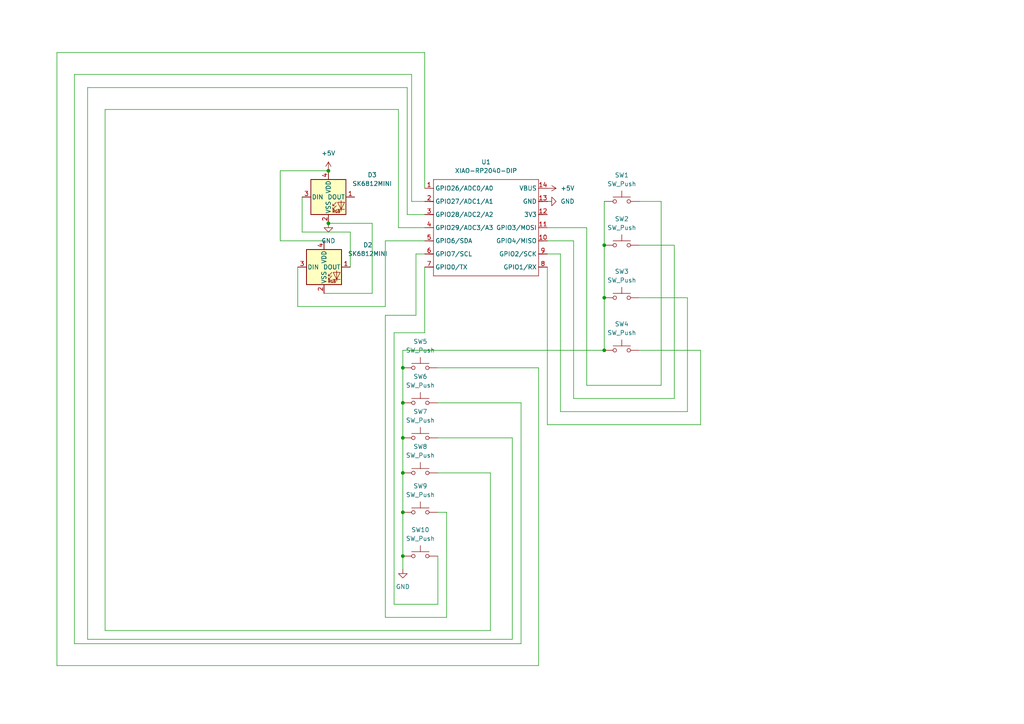
<source format=kicad_sch>
(kicad_sch
	(version 20250114)
	(generator "eeschema")
	(generator_version "9.0")
	(uuid "825de416-4948-42aa-88cf-9e90e10427f3")
	(paper "A4")
	(lib_symbols
		(symbol "LED:SK6812MINI"
			(pin_names
				(offset 0.254)
			)
			(exclude_from_sim no)
			(in_bom yes)
			(on_board yes)
			(property "Reference" "D"
				(at 5.08 5.715 0)
				(effects
					(font
						(size 1.27 1.27)
					)
					(justify right bottom)
				)
			)
			(property "Value" "SK6812MINI"
				(at 1.27 -5.715 0)
				(effects
					(font
						(size 1.27 1.27)
					)
					(justify left top)
				)
			)
			(property "Footprint" "LED_SMD:LED_SK6812MINI_PLCC4_3.5x3.5mm_P1.75mm"
				(at 1.27 -7.62 0)
				(effects
					(font
						(size 1.27 1.27)
					)
					(justify left top)
					(hide yes)
				)
			)
			(property "Datasheet" "https://cdn-shop.adafruit.com/product-files/2686/SK6812MINI_REV.01-1-2.pdf"
				(at 2.54 -9.525 0)
				(effects
					(font
						(size 1.27 1.27)
					)
					(justify left top)
					(hide yes)
				)
			)
			(property "Description" "RGB LED with integrated controller"
				(at 0 0 0)
				(effects
					(font
						(size 1.27 1.27)
					)
					(hide yes)
				)
			)
			(property "ki_keywords" "RGB LED NeoPixel Mini addressable"
				(at 0 0 0)
				(effects
					(font
						(size 1.27 1.27)
					)
					(hide yes)
				)
			)
			(property "ki_fp_filters" "LED*SK6812MINI*PLCC*3.5x3.5mm*P1.75mm*"
				(at 0 0 0)
				(effects
					(font
						(size 1.27 1.27)
					)
					(hide yes)
				)
			)
			(symbol "SK6812MINI_0_0"
				(text "RGB"
					(at 2.286 -4.191 0)
					(effects
						(font
							(size 0.762 0.762)
						)
					)
				)
			)
			(symbol "SK6812MINI_0_1"
				(polyline
					(pts
						(xy 1.27 -2.54) (xy 1.778 -2.54)
					)
					(stroke
						(width 0)
						(type default)
					)
					(fill
						(type none)
					)
				)
				(polyline
					(pts
						(xy 1.27 -3.556) (xy 1.778 -3.556)
					)
					(stroke
						(width 0)
						(type default)
					)
					(fill
						(type none)
					)
				)
				(polyline
					(pts
						(xy 2.286 -1.524) (xy 1.27 -2.54) (xy 1.27 -2.032)
					)
					(stroke
						(width 0)
						(type default)
					)
					(fill
						(type none)
					)
				)
				(polyline
					(pts
						(xy 2.286 -2.54) (xy 1.27 -3.556) (xy 1.27 -3.048)
					)
					(stroke
						(width 0)
						(type default)
					)
					(fill
						(type none)
					)
				)
				(polyline
					(pts
						(xy 3.683 -1.016) (xy 3.683 -3.556) (xy 3.683 -4.064)
					)
					(stroke
						(width 0)
						(type default)
					)
					(fill
						(type none)
					)
				)
				(polyline
					(pts
						(xy 4.699 -1.524) (xy 2.667 -1.524) (xy 3.683 -3.556) (xy 4.699 -1.524)
					)
					(stroke
						(width 0)
						(type default)
					)
					(fill
						(type none)
					)
				)
				(polyline
					(pts
						(xy 4.699 -3.556) (xy 2.667 -3.556)
					)
					(stroke
						(width 0)
						(type default)
					)
					(fill
						(type none)
					)
				)
				(rectangle
					(start 5.08 5.08)
					(end -5.08 -5.08)
					(stroke
						(width 0.254)
						(type default)
					)
					(fill
						(type background)
					)
				)
			)
			(symbol "SK6812MINI_1_1"
				(pin input line
					(at -7.62 0 0)
					(length 2.54)
					(name "DIN"
						(effects
							(font
								(size 1.27 1.27)
							)
						)
					)
					(number "3"
						(effects
							(font
								(size 1.27 1.27)
							)
						)
					)
				)
				(pin power_in line
					(at 0 7.62 270)
					(length 2.54)
					(name "VDD"
						(effects
							(font
								(size 1.27 1.27)
							)
						)
					)
					(number "4"
						(effects
							(font
								(size 1.27 1.27)
							)
						)
					)
				)
				(pin power_in line
					(at 0 -7.62 90)
					(length 2.54)
					(name "VSS"
						(effects
							(font
								(size 1.27 1.27)
							)
						)
					)
					(number "2"
						(effects
							(font
								(size 1.27 1.27)
							)
						)
					)
				)
				(pin output line
					(at 7.62 0 180)
					(length 2.54)
					(name "DOUT"
						(effects
							(font
								(size 1.27 1.27)
							)
						)
					)
					(number "1"
						(effects
							(font
								(size 1.27 1.27)
							)
						)
					)
				)
			)
			(embedded_fonts no)
		)
		(symbol "OPL:XIAO-RP2040-DIP"
			(exclude_from_sim no)
			(in_bom yes)
			(on_board yes)
			(property "Reference" "U"
				(at 0 0 0)
				(effects
					(font
						(size 1.27 1.27)
					)
				)
			)
			(property "Value" "XIAO-RP2040-DIP"
				(at 5.334 -1.778 0)
				(effects
					(font
						(size 1.27 1.27)
					)
				)
			)
			(property "Footprint" "Module:MOUDLE14P-XIAO-DIP-SMD"
				(at 14.478 -32.258 0)
				(effects
					(font
						(size 1.27 1.27)
					)
					(hide yes)
				)
			)
			(property "Datasheet" ""
				(at 0 0 0)
				(effects
					(font
						(size 1.27 1.27)
					)
					(hide yes)
				)
			)
			(property "Description" ""
				(at 0 0 0)
				(effects
					(font
						(size 1.27 1.27)
					)
					(hide yes)
				)
			)
			(symbol "XIAO-RP2040-DIP_1_0"
				(polyline
					(pts
						(xy -1.27 -2.54) (xy 29.21 -2.54)
					)
					(stroke
						(width 0.1524)
						(type solid)
					)
					(fill
						(type none)
					)
				)
				(polyline
					(pts
						(xy -1.27 -5.08) (xy -2.54 -5.08)
					)
					(stroke
						(width 0.1524)
						(type solid)
					)
					(fill
						(type none)
					)
				)
				(polyline
					(pts
						(xy -1.27 -5.08) (xy -1.27 -2.54)
					)
					(stroke
						(width 0.1524)
						(type solid)
					)
					(fill
						(type none)
					)
				)
				(polyline
					(pts
						(xy -1.27 -8.89) (xy -2.54 -8.89)
					)
					(stroke
						(width 0.1524)
						(type solid)
					)
					(fill
						(type none)
					)
				)
				(polyline
					(pts
						(xy -1.27 -8.89) (xy -1.27 -5.08)
					)
					(stroke
						(width 0.1524)
						(type solid)
					)
					(fill
						(type none)
					)
				)
				(polyline
					(pts
						(xy -1.27 -12.7) (xy -2.54 -12.7)
					)
					(stroke
						(width 0.1524)
						(type solid)
					)
					(fill
						(type none)
					)
				)
				(polyline
					(pts
						(xy -1.27 -12.7) (xy -1.27 -8.89)
					)
					(stroke
						(width 0.1524)
						(type solid)
					)
					(fill
						(type none)
					)
				)
				(polyline
					(pts
						(xy -1.27 -16.51) (xy -2.54 -16.51)
					)
					(stroke
						(width 0.1524)
						(type solid)
					)
					(fill
						(type none)
					)
				)
				(polyline
					(pts
						(xy -1.27 -16.51) (xy -1.27 -12.7)
					)
					(stroke
						(width 0.1524)
						(type solid)
					)
					(fill
						(type none)
					)
				)
				(polyline
					(pts
						(xy -1.27 -20.32) (xy -2.54 -20.32)
					)
					(stroke
						(width 0.1524)
						(type solid)
					)
					(fill
						(type none)
					)
				)
				(polyline
					(pts
						(xy -1.27 -24.13) (xy -2.54 -24.13)
					)
					(stroke
						(width 0.1524)
						(type solid)
					)
					(fill
						(type none)
					)
				)
				(polyline
					(pts
						(xy -1.27 -27.94) (xy -2.54 -27.94)
					)
					(stroke
						(width 0.1524)
						(type solid)
					)
					(fill
						(type none)
					)
				)
				(polyline
					(pts
						(xy -1.27 -30.48) (xy -1.27 -16.51)
					)
					(stroke
						(width 0.1524)
						(type solid)
					)
					(fill
						(type none)
					)
				)
				(polyline
					(pts
						(xy 29.21 -2.54) (xy 29.21 -5.08)
					)
					(stroke
						(width 0.1524)
						(type solid)
					)
					(fill
						(type none)
					)
				)
				(polyline
					(pts
						(xy 29.21 -5.08) (xy 29.21 -8.89)
					)
					(stroke
						(width 0.1524)
						(type solid)
					)
					(fill
						(type none)
					)
				)
				(polyline
					(pts
						(xy 29.21 -8.89) (xy 29.21 -12.7)
					)
					(stroke
						(width 0.1524)
						(type solid)
					)
					(fill
						(type none)
					)
				)
				(polyline
					(pts
						(xy 29.21 -12.7) (xy 29.21 -30.48)
					)
					(stroke
						(width 0.1524)
						(type solid)
					)
					(fill
						(type none)
					)
				)
				(polyline
					(pts
						(xy 29.21 -30.48) (xy -1.27 -30.48)
					)
					(stroke
						(width 0.1524)
						(type solid)
					)
					(fill
						(type none)
					)
				)
				(polyline
					(pts
						(xy 30.48 -5.08) (xy 29.21 -5.08)
					)
					(stroke
						(width 0.1524)
						(type solid)
					)
					(fill
						(type none)
					)
				)
				(polyline
					(pts
						(xy 30.48 -8.89) (xy 29.21 -8.89)
					)
					(stroke
						(width 0.1524)
						(type solid)
					)
					(fill
						(type none)
					)
				)
				(polyline
					(pts
						(xy 30.48 -12.7) (xy 29.21 -12.7)
					)
					(stroke
						(width 0.1524)
						(type solid)
					)
					(fill
						(type none)
					)
				)
				(polyline
					(pts
						(xy 30.48 -16.51) (xy 29.21 -16.51)
					)
					(stroke
						(width 0.1524)
						(type solid)
					)
					(fill
						(type none)
					)
				)
				(polyline
					(pts
						(xy 30.48 -20.32) (xy 29.21 -20.32)
					)
					(stroke
						(width 0.1524)
						(type solid)
					)
					(fill
						(type none)
					)
				)
				(polyline
					(pts
						(xy 30.48 -24.13) (xy 29.21 -24.13)
					)
					(stroke
						(width 0.1524)
						(type solid)
					)
					(fill
						(type none)
					)
				)
				(polyline
					(pts
						(xy 30.48 -27.94) (xy 29.21 -27.94)
					)
					(stroke
						(width 0.1524)
						(type solid)
					)
					(fill
						(type none)
					)
				)
				(pin passive line
					(at -3.81 -5.08 0)
					(length 2.54)
					(name "GPIO26/ADC0/A0"
						(effects
							(font
								(size 1.27 1.27)
							)
						)
					)
					(number "1"
						(effects
							(font
								(size 1.27 1.27)
							)
						)
					)
				)
				(pin passive line
					(at -3.81 -8.89 0)
					(length 2.54)
					(name "GPIO27/ADC1/A1"
						(effects
							(font
								(size 1.27 1.27)
							)
						)
					)
					(number "2"
						(effects
							(font
								(size 1.27 1.27)
							)
						)
					)
				)
				(pin passive line
					(at -3.81 -12.7 0)
					(length 2.54)
					(name "GPIO28/ADC2/A2"
						(effects
							(font
								(size 1.27 1.27)
							)
						)
					)
					(number "3"
						(effects
							(font
								(size 1.27 1.27)
							)
						)
					)
				)
				(pin passive line
					(at -3.81 -16.51 0)
					(length 2.54)
					(name "GPIO29/ADC3/A3"
						(effects
							(font
								(size 1.27 1.27)
							)
						)
					)
					(number "4"
						(effects
							(font
								(size 1.27 1.27)
							)
						)
					)
				)
				(pin passive line
					(at -3.81 -20.32 0)
					(length 2.54)
					(name "GPIO6/SDA"
						(effects
							(font
								(size 1.27 1.27)
							)
						)
					)
					(number "5"
						(effects
							(font
								(size 1.27 1.27)
							)
						)
					)
				)
				(pin passive line
					(at -3.81 -24.13 0)
					(length 2.54)
					(name "GPIO7/SCL"
						(effects
							(font
								(size 1.27 1.27)
							)
						)
					)
					(number "6"
						(effects
							(font
								(size 1.27 1.27)
							)
						)
					)
				)
				(pin passive line
					(at -3.81 -27.94 0)
					(length 2.54)
					(name "GPIO0/TX"
						(effects
							(font
								(size 1.27 1.27)
							)
						)
					)
					(number "7"
						(effects
							(font
								(size 1.27 1.27)
							)
						)
					)
				)
				(pin passive line
					(at 31.75 -5.08 180)
					(length 2.54)
					(name "VBUS"
						(effects
							(font
								(size 1.27 1.27)
							)
						)
					)
					(number "14"
						(effects
							(font
								(size 1.27 1.27)
							)
						)
					)
				)
				(pin passive line
					(at 31.75 -8.89 180)
					(length 2.54)
					(name "GND"
						(effects
							(font
								(size 1.27 1.27)
							)
						)
					)
					(number "13"
						(effects
							(font
								(size 1.27 1.27)
							)
						)
					)
				)
				(pin passive line
					(at 31.75 -12.7 180)
					(length 2.54)
					(name "3V3"
						(effects
							(font
								(size 1.27 1.27)
							)
						)
					)
					(number "12"
						(effects
							(font
								(size 1.27 1.27)
							)
						)
					)
				)
				(pin passive line
					(at 31.75 -16.51 180)
					(length 2.54)
					(name "GPIO3/MOSI"
						(effects
							(font
								(size 1.27 1.27)
							)
						)
					)
					(number "11"
						(effects
							(font
								(size 1.27 1.27)
							)
						)
					)
				)
				(pin passive line
					(at 31.75 -20.32 180)
					(length 2.54)
					(name "GPIO4/MISO"
						(effects
							(font
								(size 1.27 1.27)
							)
						)
					)
					(number "10"
						(effects
							(font
								(size 1.27 1.27)
							)
						)
					)
				)
				(pin passive line
					(at 31.75 -24.13 180)
					(length 2.54)
					(name "GPIO2/SCK"
						(effects
							(font
								(size 1.27 1.27)
							)
						)
					)
					(number "9"
						(effects
							(font
								(size 1.27 1.27)
							)
						)
					)
				)
				(pin passive line
					(at 31.75 -27.94 180)
					(length 2.54)
					(name "GPIO1/RX"
						(effects
							(font
								(size 1.27 1.27)
							)
						)
					)
					(number "8"
						(effects
							(font
								(size 1.27 1.27)
							)
						)
					)
				)
			)
			(embedded_fonts no)
		)
		(symbol "Switch:SW_Push"
			(pin_numbers
				(hide yes)
			)
			(pin_names
				(offset 1.016)
				(hide yes)
			)
			(exclude_from_sim no)
			(in_bom yes)
			(on_board yes)
			(property "Reference" "SW"
				(at 1.27 2.54 0)
				(effects
					(font
						(size 1.27 1.27)
					)
					(justify left)
				)
			)
			(property "Value" "SW_Push"
				(at 0 -1.524 0)
				(effects
					(font
						(size 1.27 1.27)
					)
				)
			)
			(property "Footprint" ""
				(at 0 5.08 0)
				(effects
					(font
						(size 1.27 1.27)
					)
					(hide yes)
				)
			)
			(property "Datasheet" "~"
				(at 0 5.08 0)
				(effects
					(font
						(size 1.27 1.27)
					)
					(hide yes)
				)
			)
			(property "Description" "Push button switch, generic, two pins"
				(at 0 0 0)
				(effects
					(font
						(size 1.27 1.27)
					)
					(hide yes)
				)
			)
			(property "ki_keywords" "switch normally-open pushbutton push-button"
				(at 0 0 0)
				(effects
					(font
						(size 1.27 1.27)
					)
					(hide yes)
				)
			)
			(symbol "SW_Push_0_1"
				(circle
					(center -2.032 0)
					(radius 0.508)
					(stroke
						(width 0)
						(type default)
					)
					(fill
						(type none)
					)
				)
				(polyline
					(pts
						(xy 0 1.27) (xy 0 3.048)
					)
					(stroke
						(width 0)
						(type default)
					)
					(fill
						(type none)
					)
				)
				(circle
					(center 2.032 0)
					(radius 0.508)
					(stroke
						(width 0)
						(type default)
					)
					(fill
						(type none)
					)
				)
				(polyline
					(pts
						(xy 2.54 1.27) (xy -2.54 1.27)
					)
					(stroke
						(width 0)
						(type default)
					)
					(fill
						(type none)
					)
				)
				(pin passive line
					(at -5.08 0 0)
					(length 2.54)
					(name "1"
						(effects
							(font
								(size 1.27 1.27)
							)
						)
					)
					(number "1"
						(effects
							(font
								(size 1.27 1.27)
							)
						)
					)
				)
				(pin passive line
					(at 5.08 0 180)
					(length 2.54)
					(name "2"
						(effects
							(font
								(size 1.27 1.27)
							)
						)
					)
					(number "2"
						(effects
							(font
								(size 1.27 1.27)
							)
						)
					)
				)
			)
			(embedded_fonts no)
		)
		(symbol "power:+5V"
			(power)
			(pin_numbers
				(hide yes)
			)
			(pin_names
				(offset 0)
				(hide yes)
			)
			(exclude_from_sim no)
			(in_bom yes)
			(on_board yes)
			(property "Reference" "#PWR"
				(at 0 -3.81 0)
				(effects
					(font
						(size 1.27 1.27)
					)
					(hide yes)
				)
			)
			(property "Value" "+5V"
				(at 0 3.556 0)
				(effects
					(font
						(size 1.27 1.27)
					)
				)
			)
			(property "Footprint" ""
				(at 0 0 0)
				(effects
					(font
						(size 1.27 1.27)
					)
					(hide yes)
				)
			)
			(property "Datasheet" ""
				(at 0 0 0)
				(effects
					(font
						(size 1.27 1.27)
					)
					(hide yes)
				)
			)
			(property "Description" "Power symbol creates a global label with name \"+5V\""
				(at 0 0 0)
				(effects
					(font
						(size 1.27 1.27)
					)
					(hide yes)
				)
			)
			(property "ki_keywords" "global power"
				(at 0 0 0)
				(effects
					(font
						(size 1.27 1.27)
					)
					(hide yes)
				)
			)
			(symbol "+5V_0_1"
				(polyline
					(pts
						(xy -0.762 1.27) (xy 0 2.54)
					)
					(stroke
						(width 0)
						(type default)
					)
					(fill
						(type none)
					)
				)
				(polyline
					(pts
						(xy 0 2.54) (xy 0.762 1.27)
					)
					(stroke
						(width 0)
						(type default)
					)
					(fill
						(type none)
					)
				)
				(polyline
					(pts
						(xy 0 0) (xy 0 2.54)
					)
					(stroke
						(width 0)
						(type default)
					)
					(fill
						(type none)
					)
				)
			)
			(symbol "+5V_1_1"
				(pin power_in line
					(at 0 0 90)
					(length 0)
					(name "~"
						(effects
							(font
								(size 1.27 1.27)
							)
						)
					)
					(number "1"
						(effects
							(font
								(size 1.27 1.27)
							)
						)
					)
				)
			)
			(embedded_fonts no)
		)
		(symbol "power:GND"
			(power)
			(pin_numbers
				(hide yes)
			)
			(pin_names
				(offset 0)
				(hide yes)
			)
			(exclude_from_sim no)
			(in_bom yes)
			(on_board yes)
			(property "Reference" "#PWR"
				(at 0 -6.35 0)
				(effects
					(font
						(size 1.27 1.27)
					)
					(hide yes)
				)
			)
			(property "Value" "GND"
				(at 0 -3.81 0)
				(effects
					(font
						(size 1.27 1.27)
					)
				)
			)
			(property "Footprint" ""
				(at 0 0 0)
				(effects
					(font
						(size 1.27 1.27)
					)
					(hide yes)
				)
			)
			(property "Datasheet" ""
				(at 0 0 0)
				(effects
					(font
						(size 1.27 1.27)
					)
					(hide yes)
				)
			)
			(property "Description" "Power symbol creates a global label with name \"GND\" , ground"
				(at 0 0 0)
				(effects
					(font
						(size 1.27 1.27)
					)
					(hide yes)
				)
			)
			(property "ki_keywords" "global power"
				(at 0 0 0)
				(effects
					(font
						(size 1.27 1.27)
					)
					(hide yes)
				)
			)
			(symbol "GND_0_1"
				(polyline
					(pts
						(xy 0 0) (xy 0 -1.27) (xy 1.27 -1.27) (xy 0 -2.54) (xy -1.27 -1.27) (xy 0 -1.27)
					)
					(stroke
						(width 0)
						(type default)
					)
					(fill
						(type none)
					)
				)
			)
			(symbol "GND_1_1"
				(pin power_in line
					(at 0 0 270)
					(length 0)
					(name "~"
						(effects
							(font
								(size 1.27 1.27)
							)
						)
					)
					(number "1"
						(effects
							(font
								(size 1.27 1.27)
							)
						)
					)
				)
			)
			(embedded_fonts no)
		)
	)
	(junction
		(at 116.84 127)
		(diameter 0)
		(color 0 0 0 0)
		(uuid "2b396fd2-8ade-4a7e-8495-8667b41f17f5")
	)
	(junction
		(at 116.84 148.59)
		(diameter 0)
		(color 0 0 0 0)
		(uuid "3bb24b4d-e0b8-48fa-a9cc-b1ae0b9d070d")
	)
	(junction
		(at 95.25 64.77)
		(diameter 0)
		(color 0 0 0 0)
		(uuid "6cc5e3a5-8abb-4bd8-8bf9-9c5abf78a5bb")
	)
	(junction
		(at 175.26 71.12)
		(diameter 0)
		(color 0 0 0 0)
		(uuid "a5c3a663-34fd-4b03-96ca-a5035fac4d81")
	)
	(junction
		(at 175.26 86.36)
		(diameter 0)
		(color 0 0 0 0)
		(uuid "a73007a4-87ca-40d0-b373-c16be2c38e93")
	)
	(junction
		(at 116.84 106.68)
		(diameter 0)
		(color 0 0 0 0)
		(uuid "b20ec2e5-f8f7-4fac-8e98-f2788021e07a")
	)
	(junction
		(at 116.84 161.29)
		(diameter 0)
		(color 0 0 0 0)
		(uuid "ba43888f-a1eb-4b81-8864-44ddc15bf877")
	)
	(junction
		(at 116.84 116.84)
		(diameter 0)
		(color 0 0 0 0)
		(uuid "c9601ede-dee0-4c6a-9a7d-9fc12c6be100")
	)
	(junction
		(at 116.84 137.16)
		(diameter 0)
		(color 0 0 0 0)
		(uuid "d8d22de1-7ab6-44b9-a3bc-37653094737b")
	)
	(junction
		(at 95.25 49.53)
		(diameter 0)
		(color 0 0 0 0)
		(uuid "ed765168-ca50-45f9-bbb2-647c34612f96")
	)
	(junction
		(at 175.26 101.6)
		(diameter 0)
		(color 0 0 0 0)
		(uuid "f6e088a2-6f6c-416d-b32a-6650c5cd285b")
	)
	(wire
		(pts
			(xy 119.38 21.59) (xy 119.38 58.42)
		)
		(stroke
			(width 0)
			(type default)
		)
		(uuid "053a5a73-35bf-4896-9852-0bbd103fee9b")
	)
	(wire
		(pts
			(xy 162.56 119.38) (xy 199.39 119.38)
		)
		(stroke
			(width 0)
			(type default)
		)
		(uuid "05533a15-ee07-4733-8b3c-a78f1b0e3415")
	)
	(wire
		(pts
			(xy 127 175.26) (xy 114.3 175.26)
		)
		(stroke
			(width 0)
			(type default)
		)
		(uuid "07c05f1f-c429-4f2b-8bad-2b1cc83bb24b")
	)
	(wire
		(pts
			(xy 185.42 101.6) (xy 203.2 101.6)
		)
		(stroke
			(width 0)
			(type default)
		)
		(uuid "0b3b0a88-0d31-4a6b-8f2e-908b4a00355e")
	)
	(wire
		(pts
			(xy 21.59 21.59) (xy 119.38 21.59)
		)
		(stroke
			(width 0)
			(type default)
		)
		(uuid "0c789457-99a3-4b91-a19a-7c656553ef80")
	)
	(wire
		(pts
			(xy 101.6 77.47) (xy 101.6 67.31)
		)
		(stroke
			(width 0)
			(type default)
		)
		(uuid "0e4963e1-1414-4d92-a261-004cc2c60a55")
	)
	(wire
		(pts
			(xy 123.19 15.24) (xy 123.19 54.61)
		)
		(stroke
			(width 0)
			(type default)
		)
		(uuid "16a66076-25bc-458f-bf1a-92754e0a0775")
	)
	(wire
		(pts
			(xy 127 127) (xy 148.59 127)
		)
		(stroke
			(width 0)
			(type default)
		)
		(uuid "1bcbf52e-2749-4856-aabb-c0cdc2550caf")
	)
	(wire
		(pts
			(xy 175.26 71.12) (xy 175.26 86.36)
		)
		(stroke
			(width 0)
			(type default)
		)
		(uuid "1e097801-fa36-44b9-9618-4ae028837dd1")
	)
	(wire
		(pts
			(xy 86.36 88.9) (xy 111.76 88.9)
		)
		(stroke
			(width 0)
			(type default)
		)
		(uuid "1f8ea52e-eb5b-422d-a2ec-71a298a93437")
	)
	(wire
		(pts
			(xy 166.37 69.85) (xy 166.37 115.57)
		)
		(stroke
			(width 0)
			(type default)
		)
		(uuid "22d02897-ba81-451e-a4ae-327a6f43866b")
	)
	(wire
		(pts
			(xy 185.42 58.42) (xy 191.77 58.42)
		)
		(stroke
			(width 0)
			(type default)
		)
		(uuid "23856672-950c-4e9a-bc05-a2df62671534")
	)
	(wire
		(pts
			(xy 158.75 66.04) (xy 170.18 66.04)
		)
		(stroke
			(width 0)
			(type default)
		)
		(uuid "24f7f7e7-8bcd-48fe-80d2-766010749a11")
	)
	(wire
		(pts
			(xy 16.51 193.04) (xy 16.51 15.24)
		)
		(stroke
			(width 0)
			(type default)
		)
		(uuid "254ea5c5-0ecf-4ff6-99df-35bf1bbcb481")
	)
	(wire
		(pts
			(xy 116.84 127) (xy 116.84 137.16)
		)
		(stroke
			(width 0)
			(type default)
		)
		(uuid "27317227-0a52-4d1e-9c65-3b39860b12f9")
	)
	(wire
		(pts
			(xy 81.28 49.53) (xy 81.28 69.85)
		)
		(stroke
			(width 0)
			(type default)
		)
		(uuid "2a17d91f-d716-4564-a1ac-8ce0608370f4")
	)
	(wire
		(pts
			(xy 107.95 85.09) (xy 107.95 64.77)
		)
		(stroke
			(width 0)
			(type default)
		)
		(uuid "2a9b0232-84a6-4df4-9724-9b774f9e28c2")
	)
	(wire
		(pts
			(xy 115.57 31.75) (xy 115.57 66.04)
		)
		(stroke
			(width 0)
			(type default)
		)
		(uuid "2b5f1d4a-2f05-4fcc-a3ef-80461fb2b1a2")
	)
	(wire
		(pts
			(xy 114.3 96.52) (xy 123.19 96.52)
		)
		(stroke
			(width 0)
			(type default)
		)
		(uuid "32313126-1606-4903-a9bb-6a95c1ec9264")
	)
	(wire
		(pts
			(xy 116.84 161.29) (xy 116.84 165.1)
		)
		(stroke
			(width 0)
			(type default)
		)
		(uuid "36fbd3b3-2773-495c-a6e8-9b7c43e9aa78")
	)
	(wire
		(pts
			(xy 156.21 106.68) (xy 156.21 193.04)
		)
		(stroke
			(width 0)
			(type default)
		)
		(uuid "390c66c0-6976-40da-81dd-8475fe42bd64")
	)
	(wire
		(pts
			(xy 175.26 86.36) (xy 175.26 101.6)
		)
		(stroke
			(width 0)
			(type default)
		)
		(uuid "3b4470e2-5538-4796-925f-cc90f7ca2df3")
	)
	(wire
		(pts
			(xy 129.54 179.07) (xy 111.76 179.07)
		)
		(stroke
			(width 0)
			(type default)
		)
		(uuid "3febeab1-593a-4235-ba59-29b7111f434f")
	)
	(wire
		(pts
			(xy 111.76 179.07) (xy 111.76 91.44)
		)
		(stroke
			(width 0)
			(type default)
		)
		(uuid "4382f895-53c1-409a-9d1a-b63ede0ef97d")
	)
	(wire
		(pts
			(xy 86.36 77.47) (xy 86.36 88.9)
		)
		(stroke
			(width 0)
			(type default)
		)
		(uuid "45d3ea74-d44e-47fa-b192-0a652bbf1671")
	)
	(wire
		(pts
			(xy 111.76 91.44) (xy 120.65 91.44)
		)
		(stroke
			(width 0)
			(type default)
		)
		(uuid "4d1bca9a-8fa7-4090-bcb9-c6a41f0c70d3")
	)
	(wire
		(pts
			(xy 30.48 31.75) (xy 115.57 31.75)
		)
		(stroke
			(width 0)
			(type default)
		)
		(uuid "5554f65b-47e5-4c43-8f33-964261212ff1")
	)
	(wire
		(pts
			(xy 162.56 73.66) (xy 162.56 119.38)
		)
		(stroke
			(width 0)
			(type default)
		)
		(uuid "5a0cc3c6-eb10-469c-b3fe-84ffa6cfa2c3")
	)
	(wire
		(pts
			(xy 175.26 101.6) (xy 116.84 101.6)
		)
		(stroke
			(width 0)
			(type default)
		)
		(uuid "5a5378f6-d919-42a4-b9a9-a67885e27614")
	)
	(wire
		(pts
			(xy 95.25 64.77) (xy 107.95 64.77)
		)
		(stroke
			(width 0)
			(type default)
		)
		(uuid "5d378d71-0cfa-48b3-9728-954d15ceccf3")
	)
	(wire
		(pts
			(xy 158.75 73.66) (xy 162.56 73.66)
		)
		(stroke
			(width 0)
			(type default)
		)
		(uuid "5f07895a-385e-41ab-98cd-cb0f58ab6a60")
	)
	(wire
		(pts
			(xy 156.21 193.04) (xy 16.51 193.04)
		)
		(stroke
			(width 0)
			(type default)
		)
		(uuid "5f5b6dad-af54-4751-8bf9-ebcde6f4286b")
	)
	(wire
		(pts
			(xy 170.18 66.04) (xy 170.18 111.76)
		)
		(stroke
			(width 0)
			(type default)
		)
		(uuid "60130fc7-9a33-4f59-bddc-d456afb6f72e")
	)
	(wire
		(pts
			(xy 21.59 186.69) (xy 21.59 21.59)
		)
		(stroke
			(width 0)
			(type default)
		)
		(uuid "612319bf-6574-4d10-8fbe-b335c12fe28e")
	)
	(wire
		(pts
			(xy 158.75 123.19) (xy 203.2 123.19)
		)
		(stroke
			(width 0)
			(type default)
		)
		(uuid "65aa2277-ad86-4f7a-a674-b762db493bdc")
	)
	(wire
		(pts
			(xy 81.28 69.85) (xy 93.98 69.85)
		)
		(stroke
			(width 0)
			(type default)
		)
		(uuid "69d8c2b0-d445-4e7a-99c4-e66d6a8784ab")
	)
	(wire
		(pts
			(xy 115.57 66.04) (xy 123.19 66.04)
		)
		(stroke
			(width 0)
			(type default)
		)
		(uuid "6f0f3f84-6adf-476b-94fa-750e6d0bf954")
	)
	(wire
		(pts
			(xy 111.76 69.85) (xy 123.19 69.85)
		)
		(stroke
			(width 0)
			(type default)
		)
		(uuid "70701375-d264-4eec-99be-3962659476bc")
	)
	(wire
		(pts
			(xy 101.6 67.31) (xy 87.63 67.31)
		)
		(stroke
			(width 0)
			(type default)
		)
		(uuid "70b16329-6470-4f34-832a-4502630edd71")
	)
	(wire
		(pts
			(xy 195.58 71.12) (xy 185.42 71.12)
		)
		(stroke
			(width 0)
			(type default)
		)
		(uuid "72089da4-a09e-48c1-9d44-dc17881b99ba")
	)
	(wire
		(pts
			(xy 127 137.16) (xy 142.24 137.16)
		)
		(stroke
			(width 0)
			(type default)
		)
		(uuid "752ba65e-2db6-4b5d-88a9-735115d8b30b")
	)
	(wire
		(pts
			(xy 129.54 148.59) (xy 129.54 179.07)
		)
		(stroke
			(width 0)
			(type default)
		)
		(uuid "762089f1-9f84-4b55-9d08-25578b20b88c")
	)
	(wire
		(pts
			(xy 203.2 123.19) (xy 203.2 101.6)
		)
		(stroke
			(width 0)
			(type default)
		)
		(uuid "7646c9c5-3cb4-483a-9026-9f7be97d9005")
	)
	(wire
		(pts
			(xy 116.84 106.68) (xy 116.84 116.84)
		)
		(stroke
			(width 0)
			(type default)
		)
		(uuid "764791c4-2ad9-4919-a4bf-478997462d3e")
	)
	(wire
		(pts
			(xy 127 148.59) (xy 129.54 148.59)
		)
		(stroke
			(width 0)
			(type default)
		)
		(uuid "7bb46ef0-747e-4eed-91ff-07cb7510be9c")
	)
	(wire
		(pts
			(xy 25.4 25.4) (xy 118.11 25.4)
		)
		(stroke
			(width 0)
			(type default)
		)
		(uuid "7f29edaf-523a-4afd-9aec-aa62d2a1b5ed")
	)
	(wire
		(pts
			(xy 116.84 116.84) (xy 116.84 127)
		)
		(stroke
			(width 0)
			(type default)
		)
		(uuid "8056e0b2-6d71-44ad-b8b0-f38c8b4f52ba")
	)
	(wire
		(pts
			(xy 16.51 15.24) (xy 123.19 15.24)
		)
		(stroke
			(width 0)
			(type default)
		)
		(uuid "84c91ee8-fcb7-4c0a-b133-5457a21bf4e0")
	)
	(wire
		(pts
			(xy 116.84 137.16) (xy 116.84 148.59)
		)
		(stroke
			(width 0)
			(type default)
		)
		(uuid "84e1f69f-20bc-4cdb-83da-4bd7fca6abd1")
	)
	(wire
		(pts
			(xy 119.38 58.42) (xy 123.19 58.42)
		)
		(stroke
			(width 0)
			(type default)
		)
		(uuid "85a22f8f-4a81-4a03-90cc-3fb638687853")
	)
	(wire
		(pts
			(xy 120.65 73.66) (xy 123.19 73.66)
		)
		(stroke
			(width 0)
			(type default)
		)
		(uuid "869f76f9-7bf1-4609-a103-3e657544b6d4")
	)
	(wire
		(pts
			(xy 166.37 115.57) (xy 195.58 115.57)
		)
		(stroke
			(width 0)
			(type default)
		)
		(uuid "908a968f-7b85-4710-b812-2acce7229b1f")
	)
	(wire
		(pts
			(xy 151.13 116.84) (xy 151.13 186.69)
		)
		(stroke
			(width 0)
			(type default)
		)
		(uuid "91d4da72-9baf-48f2-95a5-f0fd5b67ab72")
	)
	(wire
		(pts
			(xy 191.77 111.76) (xy 191.77 58.42)
		)
		(stroke
			(width 0)
			(type default)
		)
		(uuid "97c3b50d-08c7-4609-84e6-918e495fd132")
	)
	(wire
		(pts
			(xy 93.98 85.09) (xy 107.95 85.09)
		)
		(stroke
			(width 0)
			(type default)
		)
		(uuid "9857aeb9-40c6-4e0e-8108-4d1d785592e6")
	)
	(wire
		(pts
			(xy 95.25 49.53) (xy 81.28 49.53)
		)
		(stroke
			(width 0)
			(type default)
		)
		(uuid "9cbacf4c-2584-4ac5-a6c9-5b922b1888dd")
	)
	(wire
		(pts
			(xy 116.84 148.59) (xy 116.84 161.29)
		)
		(stroke
			(width 0)
			(type default)
		)
		(uuid "a444e00b-d69e-4ed5-8bad-f574f7eca3be")
	)
	(wire
		(pts
			(xy 142.24 137.16) (xy 142.24 182.88)
		)
		(stroke
			(width 0)
			(type default)
		)
		(uuid "a6b4ae76-bb30-4882-9105-051afae7d3bd")
	)
	(wire
		(pts
			(xy 123.19 96.52) (xy 123.19 77.47)
		)
		(stroke
			(width 0)
			(type default)
		)
		(uuid "aef6da38-7231-4ab8-9a0b-6721fc7efbe7")
	)
	(wire
		(pts
			(xy 158.75 69.85) (xy 166.37 69.85)
		)
		(stroke
			(width 0)
			(type default)
		)
		(uuid "b20d8c55-3f80-4619-9535-39ec74554dca")
	)
	(wire
		(pts
			(xy 87.63 67.31) (xy 87.63 57.15)
		)
		(stroke
			(width 0)
			(type default)
		)
		(uuid "b3b77485-f08d-408a-b00c-72387a4d230c")
	)
	(wire
		(pts
			(xy 148.59 127) (xy 148.59 185.42)
		)
		(stroke
			(width 0)
			(type default)
		)
		(uuid "b4f2d67c-681d-417c-8125-0520ecbb7222")
	)
	(wire
		(pts
			(xy 120.65 91.44) (xy 120.65 73.66)
		)
		(stroke
			(width 0)
			(type default)
		)
		(uuid "b5ccba4f-cf06-45b8-b98e-88db20c69173")
	)
	(wire
		(pts
			(xy 199.39 119.38) (xy 199.39 86.36)
		)
		(stroke
			(width 0)
			(type default)
		)
		(uuid "b7b960dd-5c25-4b95-9e73-6a0a6a001a5c")
	)
	(wire
		(pts
			(xy 170.18 111.76) (xy 191.77 111.76)
		)
		(stroke
			(width 0)
			(type default)
		)
		(uuid "bdd4ca51-c03e-41c0-9b4b-674b8deb6eee")
	)
	(wire
		(pts
			(xy 195.58 115.57) (xy 195.58 71.12)
		)
		(stroke
			(width 0)
			(type default)
		)
		(uuid "beb1ee3f-6ceb-4358-b69e-8dc6440b862a")
	)
	(wire
		(pts
			(xy 25.4 185.42) (xy 25.4 25.4)
		)
		(stroke
			(width 0)
			(type default)
		)
		(uuid "bfae42ac-0c79-4dd7-9fd0-10d40a10430b")
	)
	(wire
		(pts
			(xy 151.13 186.69) (xy 21.59 186.69)
		)
		(stroke
			(width 0)
			(type default)
		)
		(uuid "c0e4fe9c-ca05-4b31-866e-6bcef4e9a633")
	)
	(wire
		(pts
			(xy 30.48 182.88) (xy 30.48 31.75)
		)
		(stroke
			(width 0)
			(type default)
		)
		(uuid "c1f0ca79-cf8a-401e-af65-2895dee0753d")
	)
	(wire
		(pts
			(xy 118.11 25.4) (xy 118.11 62.23)
		)
		(stroke
			(width 0)
			(type default)
		)
		(uuid "c89f5195-66df-4d1a-a0b1-8ad78172b598")
	)
	(wire
		(pts
			(xy 127 161.29) (xy 127 175.26)
		)
		(stroke
			(width 0)
			(type default)
		)
		(uuid "cd693c0c-c3a0-4751-accf-afa7cc66b133")
	)
	(wire
		(pts
			(xy 127 106.68) (xy 156.21 106.68)
		)
		(stroke
			(width 0)
			(type default)
		)
		(uuid "d162aa1b-7070-4ae6-be42-3c605ff01c6e")
	)
	(wire
		(pts
			(xy 116.84 101.6) (xy 116.84 106.68)
		)
		(stroke
			(width 0)
			(type default)
		)
		(uuid "d29e2a1a-2a98-49e6-9ca1-9cf3a889d860")
	)
	(wire
		(pts
			(xy 148.59 185.42) (xy 25.4 185.42)
		)
		(stroke
			(width 0)
			(type default)
		)
		(uuid "d8d2fc78-2768-404e-925e-fe4cd1c61762")
	)
	(wire
		(pts
			(xy 175.26 58.42) (xy 175.26 71.12)
		)
		(stroke
			(width 0)
			(type default)
		)
		(uuid "ded2f4f2-8678-448b-b2f4-b6cfbf026333")
	)
	(wire
		(pts
			(xy 114.3 175.26) (xy 114.3 96.52)
		)
		(stroke
			(width 0)
			(type default)
		)
		(uuid "e1bfd4b5-2ff3-49ad-9ddf-f2258b66f7a3")
	)
	(wire
		(pts
			(xy 118.11 62.23) (xy 123.19 62.23)
		)
		(stroke
			(width 0)
			(type default)
		)
		(uuid "e6327668-9857-40d1-9829-f70e5abd0ca1")
	)
	(wire
		(pts
			(xy 158.75 77.47) (xy 158.75 123.19)
		)
		(stroke
			(width 0)
			(type default)
		)
		(uuid "eaac2d21-e072-43ad-a855-cae244669f6a")
	)
	(wire
		(pts
			(xy 111.76 88.9) (xy 111.76 69.85)
		)
		(stroke
			(width 0)
			(type default)
		)
		(uuid "efa6f17f-c2c7-4007-b42e-ad0480562de2")
	)
	(wire
		(pts
			(xy 127 116.84) (xy 151.13 116.84)
		)
		(stroke
			(width 0)
			(type default)
		)
		(uuid "f4424273-ecf0-4769-b021-444153fc6380")
	)
	(wire
		(pts
			(xy 185.42 86.36) (xy 199.39 86.36)
		)
		(stroke
			(width 0)
			(type default)
		)
		(uuid "fa3a84ea-41ca-4753-9a84-a2b3f000bebe")
	)
	(wire
		(pts
			(xy 142.24 182.88) (xy 30.48 182.88)
		)
		(stroke
			(width 0)
			(type default)
		)
		(uuid "fad684e8-7ea4-4aee-ab89-22305ef9c5d7")
	)
	(symbol
		(lib_id "power:+5V")
		(at 158.75 54.61 270)
		(unit 1)
		(exclude_from_sim no)
		(in_bom yes)
		(on_board yes)
		(dnp no)
		(fields_autoplaced yes)
		(uuid "2126e3d0-5c14-480e-b757-74d9dbc7b1a9")
		(property "Reference" "#PWR04"
			(at 154.94 54.61 0)
			(effects
				(font
					(size 1.27 1.27)
				)
				(hide yes)
			)
		)
		(property "Value" "+5V"
			(at 162.56 54.6099 90)
			(effects
				(font
					(size 1.27 1.27)
				)
				(justify left)
			)
		)
		(property "Footprint" ""
			(at 158.75 54.61 0)
			(effects
				(font
					(size 1.27 1.27)
				)
				(hide yes)
			)
		)
		(property "Datasheet" ""
			(at 158.75 54.61 0)
			(effects
				(font
					(size 1.27 1.27)
				)
				(hide yes)
			)
		)
		(property "Description" "Power symbol creates a global label with name \"+5V\""
			(at 158.75 54.61 0)
			(effects
				(font
					(size 1.27 1.27)
				)
				(hide yes)
			)
		)
		(pin "1"
			(uuid "43228b0f-1b35-4bf9-b264-1946946ec0d4")
		)
		(instances
			(project ""
				(path "/825de416-4948-42aa-88cf-9e90e10427f3"
					(reference "#PWR04")
					(unit 1)
				)
			)
		)
	)
	(symbol
		(lib_id "LED:SK6812MINI")
		(at 93.98 77.47 0)
		(unit 1)
		(exclude_from_sim no)
		(in_bom yes)
		(on_board yes)
		(dnp no)
		(fields_autoplaced yes)
		(uuid "289f9db2-5b39-46e2-a5d4-297a000aac52")
		(property "Reference" "D2"
			(at 106.68 71.0498 0)
			(effects
				(font
					(size 1.27 1.27)
				)
			)
		)
		(property "Value" "SK6812MINI"
			(at 106.68 73.5898 0)
			(effects
				(font
					(size 1.27 1.27)
				)
			)
		)
		(property "Footprint" "LED_SMD:LED_SK6812MINI_PLCC4_3.5x3.5mm_P1.75mm"
			(at 95.25 85.09 0)
			(effects
				(font
					(size 1.27 1.27)
				)
				(justify left top)
				(hide yes)
			)
		)
		(property "Datasheet" "https://cdn-shop.adafruit.com/product-files/2686/SK6812MINI_REV.01-1-2.pdf"
			(at 96.52 86.995 0)
			(effects
				(font
					(size 1.27 1.27)
				)
				(justify left top)
				(hide yes)
			)
		)
		(property "Description" "RGB LED with integrated controller"
			(at 93.98 77.47 0)
			(effects
				(font
					(size 1.27 1.27)
				)
				(hide yes)
			)
		)
		(pin "1"
			(uuid "6f3055e2-f086-4c98-a10e-0cae2f3cf1eb")
		)
		(pin "3"
			(uuid "81e513fe-83f2-4f98-bd9d-d340ffb3e88f")
		)
		(pin "4"
			(uuid "c75819fb-5dfa-4b52-bba0-ed05b6207e84")
		)
		(pin "2"
			(uuid "6a81309b-2bea-4e52-b163-174e43894e25")
		)
		(instances
			(project ""
				(path "/825de416-4948-42aa-88cf-9e90e10427f3"
					(reference "D2")
					(unit 1)
				)
			)
		)
	)
	(symbol
		(lib_id "Switch:SW_Push")
		(at 121.92 148.59 0)
		(unit 1)
		(exclude_from_sim no)
		(in_bom yes)
		(on_board yes)
		(dnp no)
		(fields_autoplaced yes)
		(uuid "3385ee6c-be30-431b-8ddc-dd27e3329b97")
		(property "Reference" "SW9"
			(at 121.92 140.97 0)
			(effects
				(font
					(size 1.27 1.27)
				)
			)
		)
		(property "Value" "SW_Push"
			(at 121.92 143.51 0)
			(effects
				(font
					(size 1.27 1.27)
				)
			)
		)
		(property "Footprint" "Button_Switch_Keyboard:SW_Cherry_MX_1.00u_PCB"
			(at 121.92 143.51 0)
			(effects
				(font
					(size 1.27 1.27)
				)
				(hide yes)
			)
		)
		(property "Datasheet" "~"
			(at 121.92 143.51 0)
			(effects
				(font
					(size 1.27 1.27)
				)
				(hide yes)
			)
		)
		(property "Description" "Push button switch, generic, two pins"
			(at 121.92 148.59 0)
			(effects
				(font
					(size 1.27 1.27)
				)
				(hide yes)
			)
		)
		(pin "2"
			(uuid "e96841f1-8b7e-4abc-b99e-c516f1dd72a4")
		)
		(pin "1"
			(uuid "ff3727c8-7f1c-41db-980d-8b5ad8a389e7")
		)
		(instances
			(project "Hackpad"
				(path "/825de416-4948-42aa-88cf-9e90e10427f3"
					(reference "SW9")
					(unit 1)
				)
			)
		)
	)
	(symbol
		(lib_id "power:GND")
		(at 95.25 64.77 0)
		(unit 1)
		(exclude_from_sim no)
		(in_bom yes)
		(on_board yes)
		(dnp no)
		(fields_autoplaced yes)
		(uuid "3855f32b-f0f8-41b0-b7bc-9ca639b74ea9")
		(property "Reference" "#PWR02"
			(at 95.25 71.12 0)
			(effects
				(font
					(size 1.27 1.27)
				)
				(hide yes)
			)
		)
		(property "Value" "GND"
			(at 95.25 69.85 0)
			(effects
				(font
					(size 1.27 1.27)
				)
			)
		)
		(property "Footprint" ""
			(at 95.25 64.77 0)
			(effects
				(font
					(size 1.27 1.27)
				)
				(hide yes)
			)
		)
		(property "Datasheet" ""
			(at 95.25 64.77 0)
			(effects
				(font
					(size 1.27 1.27)
				)
				(hide yes)
			)
		)
		(property "Description" "Power symbol creates a global label with name \"GND\" , ground"
			(at 95.25 64.77 0)
			(effects
				(font
					(size 1.27 1.27)
				)
				(hide yes)
			)
		)
		(pin "1"
			(uuid "9ba6d2ad-1c75-4d28-be88-e872ac6cbb4a")
		)
		(instances
			(project ""
				(path "/825de416-4948-42aa-88cf-9e90e10427f3"
					(reference "#PWR02")
					(unit 1)
				)
			)
		)
	)
	(symbol
		(lib_id "power:GND")
		(at 116.84 165.1 0)
		(unit 1)
		(exclude_from_sim no)
		(in_bom yes)
		(on_board yes)
		(dnp no)
		(fields_autoplaced yes)
		(uuid "50d36fc5-8b7c-41c6-88b1-72f66ea7c200")
		(property "Reference" "#PWR01"
			(at 116.84 171.45 0)
			(effects
				(font
					(size 1.27 1.27)
				)
				(hide yes)
			)
		)
		(property "Value" "GND"
			(at 116.84 170.18 0)
			(effects
				(font
					(size 1.27 1.27)
				)
			)
		)
		(property "Footprint" ""
			(at 116.84 165.1 0)
			(effects
				(font
					(size 1.27 1.27)
				)
				(hide yes)
			)
		)
		(property "Datasheet" ""
			(at 116.84 165.1 0)
			(effects
				(font
					(size 1.27 1.27)
				)
				(hide yes)
			)
		)
		(property "Description" "Power symbol creates a global label with name \"GND\" , ground"
			(at 116.84 165.1 0)
			(effects
				(font
					(size 1.27 1.27)
				)
				(hide yes)
			)
		)
		(pin "1"
			(uuid "7b4ff87c-dca3-423f-b66c-4806d068d87a")
		)
		(instances
			(project ""
				(path "/825de416-4948-42aa-88cf-9e90e10427f3"
					(reference "#PWR01")
					(unit 1)
				)
			)
		)
	)
	(symbol
		(lib_id "Switch:SW_Push")
		(at 121.92 106.68 0)
		(unit 1)
		(exclude_from_sim no)
		(in_bom yes)
		(on_board yes)
		(dnp no)
		(fields_autoplaced yes)
		(uuid "56a548a7-fe1a-4ec0-877d-e975b7225347")
		(property "Reference" "SW5"
			(at 121.92 99.06 0)
			(effects
				(font
					(size 1.27 1.27)
				)
			)
		)
		(property "Value" "SW_Push"
			(at 121.92 101.6 0)
			(effects
				(font
					(size 1.27 1.27)
				)
			)
		)
		(property "Footprint" "Button_Switch_Keyboard:SW_Cherry_MX_1.00u_PCB"
			(at 121.92 101.6 0)
			(effects
				(font
					(size 1.27 1.27)
				)
				(hide yes)
			)
		)
		(property "Datasheet" "~"
			(at 121.92 101.6 0)
			(effects
				(font
					(size 1.27 1.27)
				)
				(hide yes)
			)
		)
		(property "Description" "Push button switch, generic, two pins"
			(at 121.92 106.68 0)
			(effects
				(font
					(size 1.27 1.27)
				)
				(hide yes)
			)
		)
		(pin "2"
			(uuid "7879e0d7-fdba-4a5b-b122-b648a94b05aa")
		)
		(pin "1"
			(uuid "972d8762-8684-41ca-a090-b27d66687aae")
		)
		(instances
			(project "Hackpad"
				(path "/825de416-4948-42aa-88cf-9e90e10427f3"
					(reference "SW5")
					(unit 1)
				)
			)
		)
	)
	(symbol
		(lib_id "Switch:SW_Push")
		(at 180.34 71.12 0)
		(unit 1)
		(exclude_from_sim no)
		(in_bom yes)
		(on_board yes)
		(dnp no)
		(fields_autoplaced yes)
		(uuid "611fee68-4b75-41c5-9126-7977b4d7ea9b")
		(property "Reference" "SW2"
			(at 180.34 63.5 0)
			(effects
				(font
					(size 1.27 1.27)
				)
			)
		)
		(property "Value" "SW_Push"
			(at 180.34 66.04 0)
			(effects
				(font
					(size 1.27 1.27)
				)
			)
		)
		(property "Footprint" "Button_Switch_Keyboard:SW_Cherry_MX_1.00u_PCB"
			(at 180.34 66.04 0)
			(effects
				(font
					(size 1.27 1.27)
				)
				(hide yes)
			)
		)
		(property "Datasheet" "~"
			(at 180.34 66.04 0)
			(effects
				(font
					(size 1.27 1.27)
				)
				(hide yes)
			)
		)
		(property "Description" "Push button switch, generic, two pins"
			(at 180.34 71.12 0)
			(effects
				(font
					(size 1.27 1.27)
				)
				(hide yes)
			)
		)
		(pin "2"
			(uuid "252bab77-502d-4556-b68b-372ef4e26f73")
		)
		(pin "1"
			(uuid "4e3f9141-f622-485a-b99a-7fb3e0ac6059")
		)
		(instances
			(project "Hackpad"
				(path "/825de416-4948-42aa-88cf-9e90e10427f3"
					(reference "SW2")
					(unit 1)
				)
			)
		)
	)
	(symbol
		(lib_id "power:GND")
		(at 158.75 58.42 90)
		(unit 1)
		(exclude_from_sim no)
		(in_bom yes)
		(on_board yes)
		(dnp no)
		(fields_autoplaced yes)
		(uuid "76a6138f-30fe-4921-bb55-03739585400b")
		(property "Reference" "#PWR05"
			(at 165.1 58.42 0)
			(effects
				(font
					(size 1.27 1.27)
				)
				(hide yes)
			)
		)
		(property "Value" "GND"
			(at 162.56 58.4199 90)
			(effects
				(font
					(size 1.27 1.27)
				)
				(justify right)
			)
		)
		(property "Footprint" ""
			(at 158.75 58.42 0)
			(effects
				(font
					(size 1.27 1.27)
				)
				(hide yes)
			)
		)
		(property "Datasheet" ""
			(at 158.75 58.42 0)
			(effects
				(font
					(size 1.27 1.27)
				)
				(hide yes)
			)
		)
		(property "Description" "Power symbol creates a global label with name \"GND\" , ground"
			(at 158.75 58.42 0)
			(effects
				(font
					(size 1.27 1.27)
				)
				(hide yes)
			)
		)
		(pin "1"
			(uuid "9885ae85-ecfd-4054-bf25-9db9df88e3eb")
		)
		(instances
			(project ""
				(path "/825de416-4948-42aa-88cf-9e90e10427f3"
					(reference "#PWR05")
					(unit 1)
				)
			)
		)
	)
	(symbol
		(lib_id "OPL:XIAO-RP2040-DIP")
		(at 127 49.53 0)
		(unit 1)
		(exclude_from_sim no)
		(in_bom yes)
		(on_board yes)
		(dnp no)
		(fields_autoplaced yes)
		(uuid "84640dc3-18d2-4e58-9699-67332b121775")
		(property "Reference" "U1"
			(at 140.97 46.99 0)
			(effects
				(font
					(size 1.27 1.27)
				)
			)
		)
		(property "Value" "XIAO-RP2040-DIP"
			(at 140.97 49.53 0)
			(effects
				(font
					(size 1.27 1.27)
				)
			)
		)
		(property "Footprint" "OPL:XIAO-RP2040-DIP"
			(at 141.478 81.788 0)
			(effects
				(font
					(size 1.27 1.27)
				)
				(hide yes)
			)
		)
		(property "Datasheet" ""
			(at 127 49.53 0)
			(effects
				(font
					(size 1.27 1.27)
				)
				(hide yes)
			)
		)
		(property "Description" ""
			(at 127 49.53 0)
			(effects
				(font
					(size 1.27 1.27)
				)
				(hide yes)
			)
		)
		(pin "13"
			(uuid "6c432640-4027-49da-a180-8fa569e96d2f")
		)
		(pin "1"
			(uuid "ebbb29b0-e357-4312-9411-19148d81c01f")
		)
		(pin "2"
			(uuid "c7a19807-a760-4807-a114-a13dc8353dc1")
		)
		(pin "4"
			(uuid "bbd56433-3106-4cb5-9351-57575e84ca41")
		)
		(pin "6"
			(uuid "a51a9ae0-ede4-4d6f-b3c6-0fb9ed3c33ee")
		)
		(pin "5"
			(uuid "998df12b-07d0-412d-be30-50688a3f8b6f")
		)
		(pin "3"
			(uuid "5909fc94-2f0f-440f-9dc2-752937a76e70")
		)
		(pin "7"
			(uuid "97f39620-a81d-4162-9c51-f3d5dd2974d3")
		)
		(pin "11"
			(uuid "05bd2bf8-a7d3-467b-b770-cd695a8f6480")
		)
		(pin "10"
			(uuid "60f63ee5-eb24-4290-a0e0-6cb8acb0c309")
		)
		(pin "9"
			(uuid "65e4b454-553a-49af-b97c-650543af564a")
		)
		(pin "14"
			(uuid "7342f22c-5a77-4961-b36d-a5f5dd56aa50")
		)
		(pin "8"
			(uuid "51f3952f-ffde-4f50-a698-807cba20f742")
		)
		(pin "12"
			(uuid "d3dfd1e9-3d80-4e0e-bc76-4e40a9c40e88")
		)
		(instances
			(project ""
				(path "/825de416-4948-42aa-88cf-9e90e10427f3"
					(reference "U1")
					(unit 1)
				)
			)
		)
	)
	(symbol
		(lib_id "Switch:SW_Push")
		(at 121.92 137.16 0)
		(unit 1)
		(exclude_from_sim no)
		(in_bom yes)
		(on_board yes)
		(dnp no)
		(fields_autoplaced yes)
		(uuid "9863fde5-666d-4696-a55d-971a2640d6d9")
		(property "Reference" "SW8"
			(at 121.92 129.54 0)
			(effects
				(font
					(size 1.27 1.27)
				)
			)
		)
		(property "Value" "SW_Push"
			(at 121.92 132.08 0)
			(effects
				(font
					(size 1.27 1.27)
				)
			)
		)
		(property "Footprint" "Button_Switch_Keyboard:SW_Cherry_MX_1.00u_PCB"
			(at 121.92 132.08 0)
			(effects
				(font
					(size 1.27 1.27)
				)
				(hide yes)
			)
		)
		(property "Datasheet" "~"
			(at 121.92 132.08 0)
			(effects
				(font
					(size 1.27 1.27)
				)
				(hide yes)
			)
		)
		(property "Description" "Push button switch, generic, two pins"
			(at 121.92 137.16 0)
			(effects
				(font
					(size 1.27 1.27)
				)
				(hide yes)
			)
		)
		(pin "2"
			(uuid "0eef0cc1-f0d3-47b4-a2e3-c5318ceda26f")
		)
		(pin "1"
			(uuid "d8f85ce5-d885-4a75-bc13-121b82659a9d")
		)
		(instances
			(project "Hackpad"
				(path "/825de416-4948-42aa-88cf-9e90e10427f3"
					(reference "SW8")
					(unit 1)
				)
			)
		)
	)
	(symbol
		(lib_id "LED:SK6812MINI")
		(at 95.25 57.15 0)
		(unit 1)
		(exclude_from_sim no)
		(in_bom yes)
		(on_board yes)
		(dnp no)
		(fields_autoplaced yes)
		(uuid "a5a8c9f8-f3e8-422c-aa9b-c4e6801123d1")
		(property "Reference" "D3"
			(at 107.95 50.7298 0)
			(effects
				(font
					(size 1.27 1.27)
				)
			)
		)
		(property "Value" "SK6812MINI"
			(at 107.95 53.2698 0)
			(effects
				(font
					(size 1.27 1.27)
				)
			)
		)
		(property "Footprint" "LED_SMD:LED_SK6812MINI_PLCC4_3.5x3.5mm_P1.75mm"
			(at 96.52 64.77 0)
			(effects
				(font
					(size 1.27 1.27)
				)
				(justify left top)
				(hide yes)
			)
		)
		(property "Datasheet" "https://cdn-shop.adafruit.com/product-files/2686/SK6812MINI_REV.01-1-2.pdf"
			(at 97.79 66.675 0)
			(effects
				(font
					(size 1.27 1.27)
				)
				(justify left top)
				(hide yes)
			)
		)
		(property "Description" "RGB LED with integrated controller"
			(at 95.25 57.15 0)
			(effects
				(font
					(size 1.27 1.27)
				)
				(hide yes)
			)
		)
		(pin "4"
			(uuid "7fb1c6e1-b4bf-4dff-84a3-5bc92870fe8b")
		)
		(pin "1"
			(uuid "f6f01131-ed5d-48d0-b00f-48442564789d")
		)
		(pin "3"
			(uuid "3d9bc397-3366-4e95-a54f-666166fadd64")
		)
		(pin "2"
			(uuid "52feccce-6e58-4255-afec-cea68a8b03e6")
		)
		(instances
			(project ""
				(path "/825de416-4948-42aa-88cf-9e90e10427f3"
					(reference "D3")
					(unit 1)
				)
			)
		)
	)
	(symbol
		(lib_id "Switch:SW_Push")
		(at 121.92 161.29 0)
		(unit 1)
		(exclude_from_sim no)
		(in_bom yes)
		(on_board yes)
		(dnp no)
		(fields_autoplaced yes)
		(uuid "a6871c42-3b1a-446d-8d9a-eb99e43558fd")
		(property "Reference" "SW10"
			(at 121.92 153.67 0)
			(effects
				(font
					(size 1.27 1.27)
				)
			)
		)
		(property "Value" "SW_Push"
			(at 121.92 156.21 0)
			(effects
				(font
					(size 1.27 1.27)
				)
			)
		)
		(property "Footprint" "Button_Switch_Keyboard:SW_Cherry_MX_1.00u_PCB"
			(at 121.92 156.21 0)
			(effects
				(font
					(size 1.27 1.27)
				)
				(hide yes)
			)
		)
		(property "Datasheet" "~"
			(at 121.92 156.21 0)
			(effects
				(font
					(size 1.27 1.27)
				)
				(hide yes)
			)
		)
		(property "Description" "Push button switch, generic, two pins"
			(at 121.92 161.29 0)
			(effects
				(font
					(size 1.27 1.27)
				)
				(hide yes)
			)
		)
		(pin "2"
			(uuid "cbbc72e4-a59a-4679-a6c9-ca9258e744a1")
		)
		(pin "1"
			(uuid "6578a392-3484-4bd6-a346-1ba6bb5c161a")
		)
		(instances
			(project "Hackpad"
				(path "/825de416-4948-42aa-88cf-9e90e10427f3"
					(reference "SW10")
					(unit 1)
				)
			)
		)
	)
	(symbol
		(lib_id "Switch:SW_Push")
		(at 180.34 101.6 0)
		(unit 1)
		(exclude_from_sim no)
		(in_bom yes)
		(on_board yes)
		(dnp no)
		(fields_autoplaced yes)
		(uuid "b3871723-24b3-4f9c-9a21-0dd3cc7cdb81")
		(property "Reference" "SW4"
			(at 180.34 93.98 0)
			(effects
				(font
					(size 1.27 1.27)
				)
			)
		)
		(property "Value" "SW_Push"
			(at 180.34 96.52 0)
			(effects
				(font
					(size 1.27 1.27)
				)
			)
		)
		(property "Footprint" "Button_Switch_Keyboard:SW_Cherry_MX_1.00u_PCB"
			(at 180.34 96.52 0)
			(effects
				(font
					(size 1.27 1.27)
				)
				(hide yes)
			)
		)
		(property "Datasheet" "~"
			(at 180.34 96.52 0)
			(effects
				(font
					(size 1.27 1.27)
				)
				(hide yes)
			)
		)
		(property "Description" "Push button switch, generic, two pins"
			(at 180.34 101.6 0)
			(effects
				(font
					(size 1.27 1.27)
				)
				(hide yes)
			)
		)
		(pin "2"
			(uuid "83b30090-16e7-48fd-b0a6-5e50f7aac4b7")
		)
		(pin "1"
			(uuid "55286e79-c84c-4ec3-b250-0ee3c004bd84")
		)
		(instances
			(project "Hackpad"
				(path "/825de416-4948-42aa-88cf-9e90e10427f3"
					(reference "SW4")
					(unit 1)
				)
			)
		)
	)
	(symbol
		(lib_id "power:+5V")
		(at 95.25 49.53 0)
		(unit 1)
		(exclude_from_sim no)
		(in_bom yes)
		(on_board yes)
		(dnp no)
		(fields_autoplaced yes)
		(uuid "be8ea0ed-0286-4451-bf16-0665e9e87614")
		(property "Reference" "#PWR03"
			(at 95.25 53.34 0)
			(effects
				(font
					(size 1.27 1.27)
				)
				(hide yes)
			)
		)
		(property "Value" "+5V"
			(at 95.25 44.45 0)
			(effects
				(font
					(size 1.27 1.27)
				)
			)
		)
		(property "Footprint" ""
			(at 95.25 49.53 0)
			(effects
				(font
					(size 1.27 1.27)
				)
				(hide yes)
			)
		)
		(property "Datasheet" ""
			(at 95.25 49.53 0)
			(effects
				(font
					(size 1.27 1.27)
				)
				(hide yes)
			)
		)
		(property "Description" "Power symbol creates a global label with name \"+5V\""
			(at 95.25 49.53 0)
			(effects
				(font
					(size 1.27 1.27)
				)
				(hide yes)
			)
		)
		(pin "1"
			(uuid "6ae3629e-5c05-4c62-8650-fc68ecdfd551")
		)
		(instances
			(project ""
				(path "/825de416-4948-42aa-88cf-9e90e10427f3"
					(reference "#PWR03")
					(unit 1)
				)
			)
		)
	)
	(symbol
		(lib_id "Switch:SW_Push")
		(at 121.92 127 0)
		(unit 1)
		(exclude_from_sim no)
		(in_bom yes)
		(on_board yes)
		(dnp no)
		(fields_autoplaced yes)
		(uuid "c3568b06-fa15-4046-86ba-f5c67b7f4cb6")
		(property "Reference" "SW7"
			(at 121.92 119.38 0)
			(effects
				(font
					(size 1.27 1.27)
				)
			)
		)
		(property "Value" "SW_Push"
			(at 121.92 121.92 0)
			(effects
				(font
					(size 1.27 1.27)
				)
			)
		)
		(property "Footprint" "Button_Switch_Keyboard:SW_Cherry_MX_1.00u_PCB"
			(at 121.92 121.92 0)
			(effects
				(font
					(size 1.27 1.27)
				)
				(hide yes)
			)
		)
		(property "Datasheet" "~"
			(at 121.92 121.92 0)
			(effects
				(font
					(size 1.27 1.27)
				)
				(hide yes)
			)
		)
		(property "Description" "Push button switch, generic, two pins"
			(at 121.92 127 0)
			(effects
				(font
					(size 1.27 1.27)
				)
				(hide yes)
			)
		)
		(pin "2"
			(uuid "6e2592cd-94eb-4fbe-acc8-3879b583001c")
		)
		(pin "1"
			(uuid "aebd63dd-a7b8-4c29-a091-a0975818ded5")
		)
		(instances
			(project "Hackpad"
				(path "/825de416-4948-42aa-88cf-9e90e10427f3"
					(reference "SW7")
					(unit 1)
				)
			)
		)
	)
	(symbol
		(lib_id "Switch:SW_Push")
		(at 180.34 86.36 0)
		(unit 1)
		(exclude_from_sim no)
		(in_bom yes)
		(on_board yes)
		(dnp no)
		(fields_autoplaced yes)
		(uuid "da00f2be-4abf-42f3-9e46-61e8ec655908")
		(property "Reference" "SW3"
			(at 180.34 78.74 0)
			(effects
				(font
					(size 1.27 1.27)
				)
			)
		)
		(property "Value" "SW_Push"
			(at 180.34 81.28 0)
			(effects
				(font
					(size 1.27 1.27)
				)
			)
		)
		(property "Footprint" "Button_Switch_Keyboard:SW_Cherry_MX_1.00u_PCB"
			(at 180.34 81.28 0)
			(effects
				(font
					(size 1.27 1.27)
				)
				(hide yes)
			)
		)
		(property "Datasheet" "~"
			(at 180.34 81.28 0)
			(effects
				(font
					(size 1.27 1.27)
				)
				(hide yes)
			)
		)
		(property "Description" "Push button switch, generic, two pins"
			(at 180.34 86.36 0)
			(effects
				(font
					(size 1.27 1.27)
				)
				(hide yes)
			)
		)
		(pin "2"
			(uuid "cccadb3e-c3d1-4644-b29c-c22972b946cd")
		)
		(pin "1"
			(uuid "4affd0f2-d77d-4c53-9e97-24bf1c352875")
		)
		(instances
			(project "Hackpad"
				(path "/825de416-4948-42aa-88cf-9e90e10427f3"
					(reference "SW3")
					(unit 1)
				)
			)
		)
	)
	(symbol
		(lib_id "Switch:SW_Push")
		(at 121.92 116.84 0)
		(unit 1)
		(exclude_from_sim no)
		(in_bom yes)
		(on_board yes)
		(dnp no)
		(fields_autoplaced yes)
		(uuid "f21903c5-d989-4b62-b633-8ebbc501dadf")
		(property "Reference" "SW6"
			(at 121.92 109.22 0)
			(effects
				(font
					(size 1.27 1.27)
				)
			)
		)
		(property "Value" "SW_Push"
			(at 121.92 111.76 0)
			(effects
				(font
					(size 1.27 1.27)
				)
			)
		)
		(property "Footprint" "Button_Switch_Keyboard:SW_Cherry_MX_1.00u_PCB"
			(at 121.92 111.76 0)
			(effects
				(font
					(size 1.27 1.27)
				)
				(hide yes)
			)
		)
		(property "Datasheet" "~"
			(at 121.92 111.76 0)
			(effects
				(font
					(size 1.27 1.27)
				)
				(hide yes)
			)
		)
		(property "Description" "Push button switch, generic, two pins"
			(at 121.92 116.84 0)
			(effects
				(font
					(size 1.27 1.27)
				)
				(hide yes)
			)
		)
		(pin "2"
			(uuid "22e510ce-576d-4cdd-a021-99f75085e959")
		)
		(pin "1"
			(uuid "ca5cb8aa-65a3-4e26-ae6d-aadde5227b0d")
		)
		(instances
			(project "Hackpad"
				(path "/825de416-4948-42aa-88cf-9e90e10427f3"
					(reference "SW6")
					(unit 1)
				)
			)
		)
	)
	(symbol
		(lib_id "Switch:SW_Push")
		(at 180.34 58.42 0)
		(unit 1)
		(exclude_from_sim no)
		(in_bom yes)
		(on_board yes)
		(dnp no)
		(fields_autoplaced yes)
		(uuid "fbee3bae-739d-4b93-ad1e-0639c4ac0ab7")
		(property "Reference" "SW1"
			(at 180.34 50.8 0)
			(effects
				(font
					(size 1.27 1.27)
				)
			)
		)
		(property "Value" "SW_Push"
			(at 180.34 53.34 0)
			(effects
				(font
					(size 1.27 1.27)
				)
			)
		)
		(property "Footprint" "Button_Switch_Keyboard:SW_Cherry_MX_1.00u_PCB"
			(at 180.34 53.34 0)
			(effects
				(font
					(size 1.27 1.27)
				)
				(hide yes)
			)
		)
		(property "Datasheet" "~"
			(at 180.34 53.34 0)
			(effects
				(font
					(size 1.27 1.27)
				)
				(hide yes)
			)
		)
		(property "Description" "Push button switch, generic, two pins"
			(at 180.34 58.42 0)
			(effects
				(font
					(size 1.27 1.27)
				)
				(hide yes)
			)
		)
		(pin "2"
			(uuid "c5afb919-edbb-45a0-95e4-c45cc0928697")
		)
		(pin "1"
			(uuid "7d55e9e4-da25-4949-8585-7e664658b02c")
		)
		(instances
			(project ""
				(path "/825de416-4948-42aa-88cf-9e90e10427f3"
					(reference "SW1")
					(unit 1)
				)
			)
		)
	)
	(sheet_instances
		(path "/"
			(page "1")
		)
	)
	(embedded_fonts no)
)

</source>
